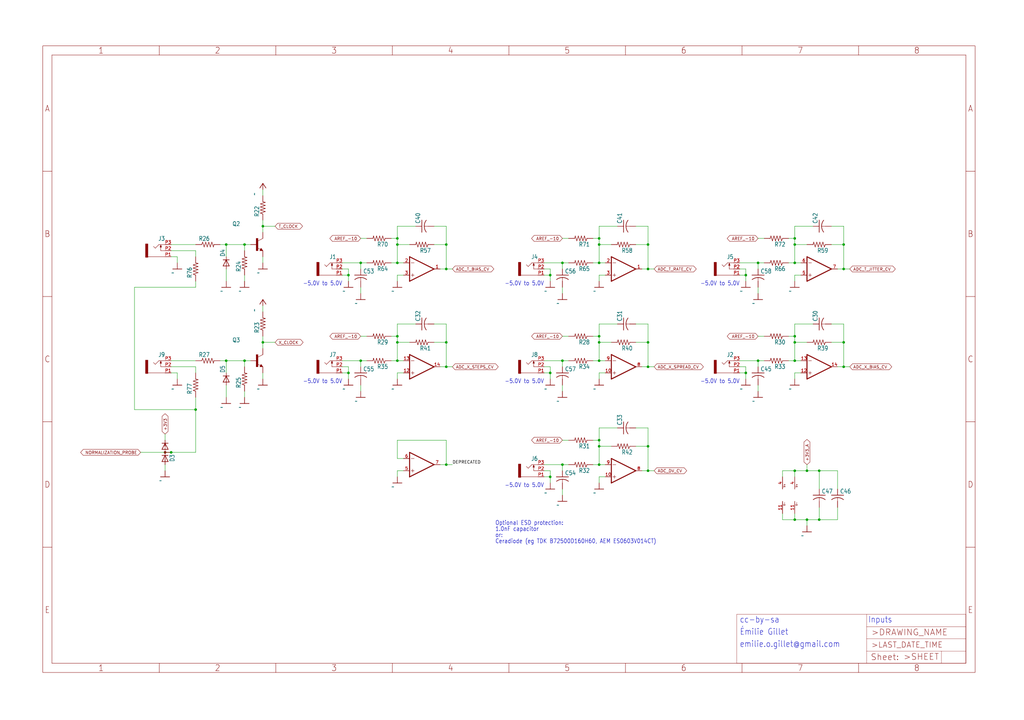
<source format=kicad_sch>
(kicad_sch (version 20211123) (generator eeschema)
  (paper "User" 425.45 299.161)
  (lib_symbols
    (symbol "marbles-eagle-import:+3V3" (power)
      (property "Value" "+3V3" (at -2.54 -5.08 90))
      (symbol "+3V3_1_0"
        (polyline (pts (xy 0 0) (xy -1.27 -1.905)) (stroke (width 0.254)))
        (polyline (pts (xy 1.27 -1.905) (xy 0 0)) (stroke (width 0.254)))
        (pin power_in line (at 0 -2.54 90) (length 2.54) (name "+3V3") (number "1"))
      )
    )
    (symbol "marbles-eagle-import:-NPN-SOT23-BEC"
      (property "Reference" "T" (at -10.16 7.62 0))
      (property "Value" "-NPN-SOT23-BEC" (at -10.16 5.08 0))
      (symbol "-NPN-SOT23-BEC_1_0"
        (rectangle (start -0.254 -2.54) (end 0.508 2.54) (fill (type outline)))
        (polyline (pts (xy 1.27 -2.54) (xy 1.778 -1.524)) (stroke (width 0.1524)))
        (polyline (pts (xy 1.524 -2.413) (xy 2.286 -2.413)) (stroke (width 0.254)))
        (polyline (pts (xy 1.524 -2.286) (xy 1.905 -2.286)) (stroke (width 0.254)))
        (polyline (pts (xy 1.54 -2.04) (xy 0.308 -1.424)) (stroke (width 0.1524)))
        (polyline (pts (xy 1.778 -1.778) (xy 1.524 -2.286)) (stroke (width 0.254)))
        (polyline (pts (xy 1.778 -1.524) (xy 2.54 -2.54)) (stroke (width 0.1524)))
        (polyline (pts (xy 1.905 -2.286) (xy 1.778 -2.032)) (stroke (width 0.254)))
        (polyline (pts (xy 2.286 -2.413) (xy 1.778 -1.778)) (stroke (width 0.254)))
        (polyline (pts (xy 2.54 -2.54) (xy 1.27 -2.54)) (stroke (width 0.1524)))
        (polyline (pts (xy 2.54 2.54) (xy 0.508 1.524)) (stroke (width 0.1524)))
        (pin passive line (at -2.54 0 0) (length 2.54) (name "B") (number "B"))
        (pin passive line (at 2.54 5.08 270) (length 2.54) (name "C") (number "C"))
        (pin passive line (at 2.54 -5.08 90) (length 2.54) (name "E") (number "E"))
      )
    )
    (symbol "marbles-eagle-import:A3L-LOC"
      (symbol "A3L-LOC_1_0"
        (polyline (pts (xy 0 52.07) (xy 3.81 52.07)))
        (polyline (pts (xy 0 104.14) (xy 3.81 104.14)))
        (polyline (pts (xy 0 156.21) (xy 3.81 156.21)))
        (polyline (pts (xy 0 208.28) (xy 3.81 208.28)))
        (polyline (pts (xy 3.81 3.81) (xy 3.81 256.54)))
        (polyline (pts (xy 48.4188 0) (xy 48.4188 3.81)))
        (polyline (pts (xy 48.4188 256.54) (xy 48.4188 260.35)))
        (polyline (pts (xy 96.8375 0) (xy 96.8375 3.81)))
        (polyline (pts (xy 96.8375 256.54) (xy 96.8375 260.35)))
        (polyline (pts (xy 145.2563 0) (xy 145.2563 3.81)))
        (polyline (pts (xy 145.2563 256.54) (xy 145.2563 260.35)))
        (polyline (pts (xy 193.675 0) (xy 193.675 3.81)))
        (polyline (pts (xy 193.675 256.54) (xy 193.675 260.35)))
        (polyline (pts (xy 242.0938 0) (xy 242.0938 3.81)))
        (polyline (pts (xy 242.0938 256.54) (xy 242.0938 260.35)))
        (polyline (pts (xy 288.29 3.81) (xy 288.29 24.13)) (stroke (width 0.1016)))
        (polyline (pts (xy 288.29 3.81) (xy 342.265 3.81)) (stroke (width 0.1016)))
        (polyline (pts (xy 288.29 24.13) (xy 342.265 24.13)) (stroke (width 0.1016)))
        (polyline (pts (xy 290.5125 0) (xy 290.5125 3.81)))
        (polyline (pts (xy 290.5125 256.54) (xy 290.5125 260.35)))
        (polyline (pts (xy 338.9313 0) (xy 338.9313 3.81)))
        (polyline (pts (xy 338.9313 256.54) (xy 338.9313 260.35)))
        (polyline (pts (xy 342.265 3.81) (xy 373.38 3.81)) (stroke (width 0.1016)))
        (polyline (pts (xy 342.265 8.89) (xy 342.265 3.81)) (stroke (width 0.1016)))
        (polyline (pts (xy 342.265 8.89) (xy 342.265 13.97)) (stroke (width 0.1016)))
        (polyline (pts (xy 342.265 13.97) (xy 342.265 19.05)) (stroke (width 0.1016)))
        (polyline (pts (xy 342.265 13.97) (xy 383.54 13.97)) (stroke (width 0.1016)))
        (polyline (pts (xy 342.265 19.05) (xy 342.265 24.13)) (stroke (width 0.1016)))
        (polyline (pts (xy 342.265 19.05) (xy 383.54 19.05)) (stroke (width 0.1016)))
        (polyline (pts (xy 342.265 24.13) (xy 383.54 24.13)) (stroke (width 0.1016)))
        (polyline (pts (xy 373.38 3.81) (xy 373.38 8.89)) (stroke (width 0.1016)))
        (polyline (pts (xy 373.38 3.81) (xy 383.54 3.81)) (stroke (width 0.1016)))
        (polyline (pts (xy 373.38 8.89) (xy 342.265 8.89)) (stroke (width 0.1016)))
        (polyline (pts (xy 373.38 8.89) (xy 383.54 8.89)) (stroke (width 0.1016)))
        (polyline (pts (xy 383.54 3.81) (xy 3.81 3.81)))
        (polyline (pts (xy 383.54 3.81) (xy 383.54 8.89)) (stroke (width 0.1016)))
        (polyline (pts (xy 383.54 3.81) (xy 383.54 256.54)))
        (polyline (pts (xy 383.54 8.89) (xy 383.54 13.97)) (stroke (width 0.1016)))
        (polyline (pts (xy 383.54 13.97) (xy 383.54 19.05)) (stroke (width 0.1016)))
        (polyline (pts (xy 383.54 19.05) (xy 383.54 24.13)) (stroke (width 0.1016)))
        (polyline (pts (xy 383.54 52.07) (xy 387.35 52.07)))
        (polyline (pts (xy 383.54 104.14) (xy 387.35 104.14)))
        (polyline (pts (xy 383.54 156.21) (xy 387.35 156.21)))
        (polyline (pts (xy 383.54 208.28) (xy 387.35 208.28)))
        (polyline (pts (xy 383.54 256.54) (xy 3.81 256.54)))
        (polyline (pts (xy 0 0) (xy 387.35 0) (xy 387.35 260.35) (xy 0 260.35) (xy 0 0)))
        (text "1" (at 24.2094 1.905 0) (effects (font (size 2.54 2.286))))
        (text "1" (at 24.2094 258.445 0) (effects (font (size 2.54 2.286))))
        (text "2" (at 72.6281 1.905 0) (effects (font (size 2.54 2.286))))
        (text "2" (at 72.6281 258.445 0) (effects (font (size 2.54 2.286))))
        (text "3" (at 121.0469 1.905 0) (effects (font (size 2.54 2.286))))
        (text "3" (at 121.0469 258.445 0) (effects (font (size 2.54 2.286))))
        (text "4" (at 169.4656 1.905 0) (effects (font (size 2.54 2.286))))
        (text "4" (at 169.4656 258.445 0) (effects (font (size 2.54 2.286))))
        (text "5" (at 217.8844 1.905 0) (effects (font (size 2.54 2.286))))
        (text "5" (at 217.8844 258.445 0) (effects (font (size 2.54 2.286))))
        (text "6" (at 266.3031 1.905 0) (effects (font (size 2.54 2.286))))
        (text "6" (at 266.3031 258.445 0) (effects (font (size 2.54 2.286))))
        (text "7" (at 314.7219 1.905 0) (effects (font (size 2.54 2.286))))
        (text "7" (at 314.7219 258.445 0) (effects (font (size 2.54 2.286))))
        (text "8" (at 363.1406 1.905 0) (effects (font (size 2.54 2.286))))
        (text "8" (at 363.1406 258.445 0) (effects (font (size 2.54 2.286))))
        (text ">DRAWING_NAME" (at 344.17 15.24 0) (effects (font (size 2.54 2.54)) (justify left bottom)))
        (text ">LAST_DATE_TIME" (at 344.17 10.16 0) (effects (font (size 2.286 2.286)) (justify left bottom)))
        (text ">SHEET" (at 357.505 5.08 0) (effects (font (size 2.54 2.54)) (justify left bottom)))
        (text "A" (at 1.905 234.315 0) (effects (font (size 2.54 2.286))))
        (text "A" (at 385.445 234.315 0) (effects (font (size 2.54 2.286))))
        (text "B" (at 1.905 182.245 0) (effects (font (size 2.54 2.286))))
        (text "B" (at 385.445 182.245 0) (effects (font (size 2.54 2.286))))
        (text "C" (at 1.905 130.175 0) (effects (font (size 2.54 2.286))))
        (text "C" (at 385.445 130.175 0) (effects (font (size 2.54 2.286))))
        (text "D" (at 1.905 78.105 0) (effects (font (size 2.54 2.286))))
        (text "D" (at 385.445 78.105 0) (effects (font (size 2.54 2.286))))
        (text "E" (at 1.905 26.035 0) (effects (font (size 2.54 2.286))))
        (text "E" (at 385.445 26.035 0) (effects (font (size 2.54 2.286))))
        (text "Sheet:" (at 343.916 4.953 0) (effects (font (size 2.54 2.54)) (justify left bottom)))
      )
    )
    (symbol "marbles-eagle-import:C-USC0402"
      (property "Reference" "C" (at 1.016 0.635 0))
      (property "Value" "C-USC0402" (at 1.016 -4.191 0))
      (symbol "C-USC0402_1_0"
        (arc (start 0 -1.0161) (mid -1.302 -1.2303) (end -2.4668 -1.8504) (stroke (width 0.254)))
        (polyline (pts (xy -2.54 0) (xy 2.54 0)) (stroke (width 0.254)))
        (polyline (pts (xy 0 -1.016) (xy 0 -2.54)) (stroke (width 0.1524)))
        (arc (start 2.4892 -1.8542) (mid 1.3158 -1.2195) (end 0 -1) (stroke (width 0.254)))
        (pin passive line (at 0 2.54 270) (length 2.54) (name "1") (number "1"))
        (pin passive line (at 0 -5.08 90) (length 2.54) (name "2") (number "2"))
      )
    )
    (symbol "marbles-eagle-import:C-USC0603"
      (property "Reference" "C" (at 1.016 0.635 0))
      (property "Value" "C-USC0603" (at 1.016 -4.191 0))
      (symbol "C-USC0603_1_0"
        (arc (start 0 -1.0161) (mid -1.302 -1.2303) (end -2.4668 -1.8504) (stroke (width 0.254)))
        (polyline (pts (xy -2.54 0) (xy 2.54 0)) (stroke (width 0.254)))
        (polyline (pts (xy 0 -1.016) (xy 0 -2.54)) (stroke (width 0.1524)))
        (arc (start 2.4892 -1.8542) (mid 1.3158 -1.2195) (end 0 -1) (stroke (width 0.254)))
        (pin passive line (at 0 2.54 270) (length 2.54) (name "1") (number "1"))
        (pin passive line (at 0 -5.08 90) (length 2.54) (name "2") (number "2"))
      )
    )
    (symbol "marbles-eagle-import:DIODE-SOD523"
      (property "Reference" "D" (at 2.54 0.4826 0))
      (property "Value" "DIODE-SOD523" (at 2.54 -2.3114 0))
      (symbol "DIODE-SOD523_1_0"
        (polyline (pts (xy -1.27 -1.27) (xy 1.27 0)) (stroke (width 0.254)))
        (polyline (pts (xy -1.27 1.27) (xy -1.27 -1.27)) (stroke (width 0.254)))
        (polyline (pts (xy 1.27 0) (xy -1.27 1.27)) (stroke (width 0.254)))
        (polyline (pts (xy 1.27 0) (xy 1.27 -1.27)) (stroke (width 0.254)))
        (polyline (pts (xy 1.27 1.27) (xy 1.27 0)) (stroke (width 0.254)))
        (pin passive line (at -2.54 0 0) (length 2.54) (name "A") (number "A"))
        (pin passive line (at 2.54 0 180) (length 2.54) (name "C") (number "C"))
      )
    )
    (symbol "marbles-eagle-import:DIODE_2CACA-SOT23"
      (property "Reference" "D" (at 0.762 2.0066 0))
      (property "Value" "DIODE_2CACA-SOT23" (at -4.826 -3.4544 0))
      (symbol "DIODE_2CACA-SOT23_1_0"
        (polyline (pts (xy -3.81 -1.27) (xy -3.81 0)) (stroke (width 0.254)))
        (polyline (pts (xy -3.81 0) (xy -3.81 1.27)) (stroke (width 0.254)))
        (polyline (pts (xy -3.81 0) (xy -1.27 -1.27)) (stroke (width 0.254)))
        (polyline (pts (xy -3.81 0) (xy 1.27 0)) (stroke (width 0.1524)))
        (polyline (pts (xy -2.54 0) (xy -3.81 0)) (stroke (width 0.1524)))
        (polyline (pts (xy -1.27 -1.27) (xy -1.27 1.27)) (stroke (width 0.254)))
        (polyline (pts (xy -1.27 1.27) (xy -3.81 0)) (stroke (width 0.254)))
        (polyline (pts (xy 1.27 -1.27) (xy 1.27 0)) (stroke (width 0.254)))
        (polyline (pts (xy 1.27 0) (xy 1.27 1.27)) (stroke (width 0.254)))
        (polyline (pts (xy 1.27 0) (xy 3.81 -1.27)) (stroke (width 0.254)))
        (polyline (pts (xy 2.54 0) (xy 1.27 0)) (stroke (width 0.1524)))
        (polyline (pts (xy 3.81 -1.27) (xy 3.81 1.27)) (stroke (width 0.254)))
        (polyline (pts (xy 3.81 1.27) (xy 1.27 0)) (stroke (width 0.254)))
        (circle (center 0 0) (radius 0.127) (stroke (width 0.4064)))
        (pin passive line (at 5.08 0 180) (length 2.54) (name "A") (number "1"))
        (pin passive line (at -5.08 0 0) (length 2.54) (name "C") (number "2"))
        (pin passive line (at 0 2.54 270) (length 2.54) (name "AC") (number "3"))
      )
    )
    (symbol "marbles-eagle-import:GND" (power)
      (property "Value" "GND" (at -2.54 -2.54 0))
      (symbol "GND_1_0"
        (polyline (pts (xy -1.905 0) (xy 1.905 0)) (stroke (width 0.254)))
        (pin power_in line (at 0 2.54 270) (length 2.54) (name "GND") (number "1"))
      )
    )
    (symbol "marbles-eagle-import:PJ301_THONKICONN6"
      (property "Reference" "J" (at -2.54 4.064 0))
      (symbol "PJ301_THONKICONN6_1_0"
        (polyline (pts (xy -2.54 -2.54) (xy 4.572 -2.54)) (stroke (width 0.1524)))
        (polyline (pts (xy -2.54 0) (xy -0.762 0)) (stroke (width 0.1524)))
        (polyline (pts (xy -2.54 2.54) (xy 0 2.54)) (stroke (width 0.1524)))
        (polyline (pts (xy -1.016 1.524) (xy -0.508 1.524)) (stroke (width 0.254)))
        (polyline (pts (xy -0.762 0) (xy -0.762 2.286)) (stroke (width 0.1524)))
        (polyline (pts (xy -0.762 2.286) (xy -1.016 1.524)) (stroke (width 0.254)))
        (polyline (pts (xy -0.508 1.524) (xy -0.762 2.286)) (stroke (width 0.254)))
        (polyline (pts (xy 0 2.54) (xy 1.524 1.016)) (stroke (width 0.1524)))
        (polyline (pts (xy 1.524 1.016) (xy 2.286 1.778)) (stroke (width 0.1524)))
        (rectangle (start 4.572 2.794) (end 5.588 -2.794) (fill (type outline)))
        (pin passive line (at -5.08 -2.54 0) (length 2.54) (name "1") (number "P1"))
        (pin passive line (at -5.08 0 0) (length 2.54) (name "2") (number "P2"))
        (pin passive line (at -5.08 2.54 0) (length 2.54) (name "3") (number "P3"))
      )
    )
    (symbol "marbles-eagle-import:R-US_R0402"
      (property "Reference" "R" (at -3.81 1.4986 0))
      (property "Value" "R-US_R0402" (at -3.81 -3.302 0))
      (symbol "R-US_R0402_1_0"
        (polyline (pts (xy -2.54 0) (xy -2.159 1.016)) (stroke (width 0.2032)))
        (polyline (pts (xy -2.159 1.016) (xy -1.524 -1.016)) (stroke (width 0.2032)))
        (polyline (pts (xy -1.524 -1.016) (xy -0.889 1.016)) (stroke (width 0.2032)))
        (polyline (pts (xy -0.889 1.016) (xy -0.254 -1.016)) (stroke (width 0.2032)))
        (polyline (pts (xy -0.254 -1.016) (xy 0.381 1.016)) (stroke (width 0.2032)))
        (polyline (pts (xy 0.381 1.016) (xy 1.016 -1.016)) (stroke (width 0.2032)))
        (polyline (pts (xy 1.016 -1.016) (xy 1.651 1.016)) (stroke (width 0.2032)))
        (polyline (pts (xy 1.651 1.016) (xy 2.286 -1.016)) (stroke (width 0.2032)))
        (polyline (pts (xy 2.286 -1.016) (xy 2.54 0)) (stroke (width 0.2032)))
        (pin passive line (at -5.08 0 0) (length 2.54) (name "1") (number "1"))
        (pin passive line (at 5.08 0 180) (length 2.54) (name "2") (number "2"))
      )
    )
    (symbol "marbles-eagle-import:TL074PW"
      (symbol "TL074PW_1_0"
        (polyline (pts (xy -5.08 -5.08) (xy 5.08 0)) (stroke (width 0.4064)))
        (polyline (pts (xy -5.08 5.08) (xy -5.08 -5.08)) (stroke (width 0.4064)))
        (polyline (pts (xy -4.445 -2.54) (xy -3.175 -2.54)) (stroke (width 0.1524)))
        (polyline (pts (xy -4.445 2.54) (xy -3.175 2.54)) (stroke (width 0.1524)))
        (polyline (pts (xy -3.81 3.175) (xy -3.81 1.905)) (stroke (width 0.1524)))
        (polyline (pts (xy 5.08 0) (xy -5.08 5.08)) (stroke (width 0.4064)))
        (pin output line (at 7.62 0 180) (length 2.54) (name "OUT") (number "1"))
        (pin input line (at -7.62 -2.54 0) (length 2.54) (name "-IN") (number "2"))
        (pin input line (at -7.62 2.54 0) (length 2.54) (name "+IN") (number "3"))
      )
      (symbol "TL074PW_2_0"
        (polyline (pts (xy -5.08 -5.08) (xy 5.08 0)) (stroke (width 0.4064)))
        (polyline (pts (xy -5.08 5.08) (xy -5.08 -5.08)) (stroke (width 0.4064)))
        (polyline (pts (xy -4.445 -2.54) (xy -3.175 -2.54)) (stroke (width 0.1524)))
        (polyline (pts (xy -4.445 2.54) (xy -3.175 2.54)) (stroke (width 0.1524)))
        (polyline (pts (xy -3.81 3.175) (xy -3.81 1.905)) (stroke (width 0.1524)))
        (polyline (pts (xy 5.08 0) (xy -5.08 5.08)) (stroke (width 0.4064)))
        (pin input line (at -7.62 2.54 0) (length 2.54) (name "+IN") (number "5"))
        (pin input line (at -7.62 -2.54 0) (length 2.54) (name "-IN") (number "6"))
        (pin output line (at 7.62 0 180) (length 2.54) (name "OUT") (number "7"))
      )
      (symbol "TL074PW_3_0"
        (polyline (pts (xy -5.08 -5.08) (xy 5.08 0)) (stroke (width 0.4064)))
        (polyline (pts (xy -5.08 5.08) (xy -5.08 -5.08)) (stroke (width 0.4064)))
        (polyline (pts (xy -4.445 -2.54) (xy -3.175 -2.54)) (stroke (width 0.1524)))
        (polyline (pts (xy -4.445 2.54) (xy -3.175 2.54)) (stroke (width 0.1524)))
        (polyline (pts (xy -3.81 3.175) (xy -3.81 1.905)) (stroke (width 0.1524)))
        (polyline (pts (xy 5.08 0) (xy -5.08 5.08)) (stroke (width 0.4064)))
        (pin input line (at -7.62 2.54 0) (length 2.54) (name "+IN") (number "10"))
        (pin output line (at 7.62 0 180) (length 2.54) (name "OUT") (number "8"))
        (pin input line (at -7.62 -2.54 0) (length 2.54) (name "-IN") (number "9"))
      )
      (symbol "TL074PW_4_0"
        (polyline (pts (xy -5.08 -5.08) (xy 5.08 0)) (stroke (width 0.4064)))
        (polyline (pts (xy -5.08 5.08) (xy -5.08 -5.08)) (stroke (width 0.4064)))
        (polyline (pts (xy -4.445 -2.54) (xy -3.175 -2.54)) (stroke (width 0.1524)))
        (polyline (pts (xy -4.445 2.54) (xy -3.175 2.54)) (stroke (width 0.1524)))
        (polyline (pts (xy -3.81 3.175) (xy -3.81 1.905)) (stroke (width 0.1524)))
        (polyline (pts (xy 5.08 0) (xy -5.08 5.08)) (stroke (width 0.4064)))
        (pin input line (at -7.62 2.54 0) (length 2.54) (name "+IN") (number "12"))
        (pin input line (at -7.62 -2.54 0) (length 2.54) (name "-IN") (number "13"))
        (pin output line (at 7.62 0 180) (length 2.54) (name "OUT") (number "14"))
      )
      (symbol "TL074PW_5_0"
        (text "V+" (at 1.27 3.175 900) (effects (font (size 0.8128 0.6908)) (justify left bottom)))
        (text "V-" (at 1.27 -4.445 900) (effects (font (size 0.8128 0.6908)) (justify left bottom)))
        (pin power_in line (at 0 -7.62 90) (length 5.08) (name "V-") (number "11"))
        (pin power_in line (at 0 7.62 270) (length 5.08) (name "V+") (number "4"))
      )
    )
  )
  (junction (at 248.92 149.86))
  (junction (at 228.6 154.94))
  (junction (at 350.52 111.76))
  (junction (at 335.28 195.58))
  (junction (at 165.1 101.6))
  (junction (at 248.92 139.7))
  (junction (at 340.36 195.58))
  (junction (at 165.1 142.24))
  (junction (at 330.2 109.22))
  (junction (at 335.28 215.9))
  (junction (at 330.2 149.86))
  (junction (at 71.12 187.96))
  (junction (at 269.24 195.58))
  (junction (at 185.42 142.24))
  (junction (at 228.6 198.12))
  (junction (at 165.1 99.06))
  (junction (at 248.92 193.04))
  (junction (at 165.1 149.86))
  (junction (at 109.22 142.24))
  (junction (at 144.78 114.3))
  (junction (at 248.92 185.42))
  (junction (at 350.52 142.24))
  (junction (at 149.86 149.86))
  (junction (at 93.98 149.86))
  (junction (at 269.24 111.76))
  (junction (at 314.96 149.86))
  (junction (at 330.2 139.7))
  (junction (at 269.24 152.4))
  (junction (at 330.2 142.24))
  (junction (at 330.2 215.9))
  (junction (at 350.52 101.6))
  (junction (at 81.28 170.18))
  (junction (at 269.24 101.6))
  (junction (at 350.52 152.4))
  (junction (at 228.6 114.3))
  (junction (at 330.2 101.6))
  (junction (at 233.68 109.22))
  (junction (at 309.88 114.3))
  (junction (at 248.92 142.24))
  (junction (at 330.2 195.58))
  (junction (at 93.98 101.6))
  (junction (at 185.42 193.04))
  (junction (at 269.24 185.42))
  (junction (at 269.24 142.24))
  (junction (at 309.88 154.94))
  (junction (at 185.42 111.76))
  (junction (at 233.68 149.86))
  (junction (at 144.78 154.94))
  (junction (at 248.92 182.88))
  (junction (at 101.6 149.86))
  (junction (at 314.96 109.22))
  (junction (at 248.92 99.06))
  (junction (at 165.1 109.22))
  (junction (at 101.6 101.6))
  (junction (at 109.22 93.98))
  (junction (at 185.42 101.6))
  (junction (at 165.1 139.7))
  (junction (at 248.92 109.22))
  (junction (at 248.92 101.6))
  (junction (at 185.42 152.4))
  (junction (at 330.2 99.06))
  (junction (at 233.68 193.04))
  (junction (at 340.36 215.9))
  (junction (at 149.86 109.22))
  (wire (pts (xy 350.52 111.76) (xy 353.06 111.76)))
  (wire (pts (xy 152.4 139.7) (xy 149.86 139.7)))
  (wire (pts (xy 314.96 99.06) (xy 317.5 99.06)))
  (wire (pts (xy 264.16 101.6) (xy 269.24 101.6)))
  (wire (pts (xy 68.58 182.88) (xy 68.58 180.34)))
  (wire (pts (xy 226.06 152.4) (xy 228.6 152.4)))
  (wire (pts (xy 248.92 149.86) (xy 251.46 149.86)))
  (wire (pts (xy 142.24 154.94) (xy 144.78 154.94)))
  (wire (pts (xy 109.22 144.78) (xy 109.22 142.24)))
  (wire (pts (xy 185.42 111.76) (xy 187.96 111.76)))
  (wire (pts (xy 170.18 142.24) (xy 165.1 142.24)))
  (wire (pts (xy 165.1 142.24) (xy 165.1 149.86)))
  (wire (pts (xy 340.36 195.58) (xy 347.98 195.58)))
  (wire (pts (xy 109.22 96.52) (xy 109.22 93.98)))
  (wire (pts (xy 347.98 195.58) (xy 347.98 203.2)))
  (wire (pts (xy 330.2 215.9) (xy 335.28 215.9)))
  (wire (pts (xy 81.28 152.4) (xy 81.28 154.94)))
  (wire (pts (xy 228.6 152.4) (xy 228.6 154.94)))
  (wire (pts (xy 335.28 142.24) (xy 330.2 142.24)))
  (wire (pts (xy 347.98 215.9) (xy 347.98 210.82)))
  (wire (pts (xy 109.22 81.28) (xy 109.22 78.74)))
  (wire (pts (xy 81.28 119.38) (xy 55.88 119.38)))
  (wire (pts (xy 165.1 190.5) (xy 165.1 182.88)))
  (wire (pts (xy 233.68 203.2) (xy 233.68 205.74)))
  (wire (pts (xy 109.22 154.94) (xy 109.22 157.48)))
  (wire (pts (xy 165.1 182.88) (xy 185.42 182.88)))
  (wire (pts (xy 233.68 160.02) (xy 233.68 162.56)))
  (wire (pts (xy 330.2 195.58) (xy 335.28 195.58)))
  (wire (pts (xy 251.46 154.94) (xy 248.92 154.94)))
  (wire (pts (xy 330.2 139.7) (xy 330.2 142.24)))
  (wire (pts (xy 236.22 182.88) (xy 233.68 182.88)))
  (wire (pts (xy 307.34 109.22) (xy 314.96 109.22)))
  (wire (pts (xy 170.18 101.6) (xy 165.1 101.6)))
  (wire (pts (xy 236.22 139.7) (xy 233.68 139.7)))
  (wire (pts (xy 109.22 93.98) (xy 109.22 91.44)))
  (wire (pts (xy 335.28 195.58) (xy 340.36 195.58)))
  (wire (pts (xy 81.28 187.96) (xy 71.12 187.96)))
  (wire (pts (xy 55.88 119.38) (xy 55.88 170.18)))
  (wire (pts (xy 142.24 114.3) (xy 144.78 114.3)))
  (wire (pts (xy 185.42 152.4) (xy 187.96 152.4)))
  (wire (pts (xy 248.92 139.7) (xy 248.92 142.24)))
  (wire (pts (xy 167.64 195.58) (xy 165.1 195.58)))
  (wire (pts (xy 152.4 99.06) (xy 149.86 99.06)))
  (wire (pts (xy 185.42 182.88) (xy 185.42 193.04)))
  (wire (pts (xy 101.6 152.4) (xy 101.6 149.86)))
  (wire (pts (xy 226.06 149.86) (xy 233.68 149.86)))
  (wire (pts (xy 233.68 152.4) (xy 233.68 149.86)))
  (wire (pts (xy 180.34 93.98) (xy 185.42 93.98)))
  (wire (pts (xy 93.98 111.76) (xy 93.98 116.84)))
  (wire (pts (xy 180.34 134.62) (xy 185.42 134.62)))
  (wire (pts (xy 142.24 109.22) (xy 149.86 109.22)))
  (wire (pts (xy 165.1 195.58) (xy 165.1 198.12)))
  (wire (pts (xy 264.16 177.8) (xy 269.24 177.8)))
  (wire (pts (xy 314.96 139.7) (xy 317.5 139.7)))
  (wire (pts (xy 165.1 154.94) (xy 165.1 157.48)))
  (wire (pts (xy 269.24 101.6) (xy 269.24 111.76)))
  (wire (pts (xy 228.6 111.76) (xy 228.6 114.3)))
  (wire (pts (xy 269.24 93.98) (xy 269.24 101.6)))
  (wire (pts (xy 180.34 142.24) (xy 185.42 142.24)))
  (wire (pts (xy 149.86 160.02) (xy 149.86 162.56)))
  (wire (pts (xy 101.6 162.56) (xy 101.6 165.1)))
  (wire (pts (xy 345.44 93.98) (xy 350.52 93.98)))
  (wire (pts (xy 248.92 101.6) (xy 248.92 109.22)))
  (wire (pts (xy 71.12 154.94) (xy 73.66 154.94)))
  (wire (pts (xy 162.56 109.22) (xy 165.1 109.22)))
  (wire (pts (xy 226.06 114.3) (xy 228.6 114.3)))
  (wire (pts (xy 330.2 213.36) (xy 330.2 215.9)))
  (wire (pts (xy 165.1 149.86) (xy 167.64 149.86)))
  (wire (pts (xy 337.82 134.62) (xy 330.2 134.62)))
  (wire (pts (xy 228.6 114.3) (xy 228.6 116.84)))
  (wire (pts (xy 307.34 149.86) (xy 314.96 149.86)))
  (wire (pts (xy 350.52 111.76) (xy 347.98 111.76)))
  (wire (pts (xy 91.44 149.86) (xy 93.98 149.86)))
  (wire (pts (xy 144.78 114.3) (xy 144.78 116.84)))
  (wire (pts (xy 269.24 195.58) (xy 271.78 195.58)))
  (wire (pts (xy 269.24 185.42) (xy 269.24 195.58)))
  (wire (pts (xy 325.12 195.58) (xy 330.2 195.58)))
  (wire (pts (xy 142.24 149.86) (xy 149.86 149.86)))
  (wire (pts (xy 226.06 198.12) (xy 228.6 198.12)))
  (wire (pts (xy 264.16 185.42) (xy 269.24 185.42)))
  (wire (pts (xy 251.46 198.12) (xy 248.92 198.12)))
  (wire (pts (xy 335.28 101.6) (xy 330.2 101.6)))
  (wire (pts (xy 73.66 154.94) (xy 73.66 157.48)))
  (wire (pts (xy 307.34 114.3) (xy 309.88 114.3)))
  (wire (pts (xy 269.24 111.76) (xy 266.7 111.76)))
  (wire (pts (xy 185.42 152.4) (xy 182.88 152.4)))
  (wire (pts (xy 327.66 149.86) (xy 330.2 149.86)))
  (wire (pts (xy 165.1 99.06) (xy 165.1 101.6)))
  (wire (pts (xy 246.38 182.88) (xy 248.92 182.88)))
  (wire (pts (xy 350.52 101.6) (xy 350.52 111.76)))
  (wire (pts (xy 254 185.42) (xy 248.92 185.42)))
  (wire (pts (xy 180.34 101.6) (xy 185.42 101.6)))
  (wire (pts (xy 185.42 101.6) (xy 185.42 111.76)))
  (wire (pts (xy 314.96 152.4) (xy 314.96 149.86)))
  (wire (pts (xy 226.06 193.04) (xy 233.68 193.04)))
  (wire (pts (xy 165.1 114.3) (xy 165.1 116.84)))
  (wire (pts (xy 142.24 111.76) (xy 144.78 111.76)))
  (wire (pts (xy 167.64 154.94) (xy 165.1 154.94)))
  (wire (pts (xy 350.52 134.62) (xy 350.52 142.24)))
  (wire (pts (xy 142.24 152.4) (xy 144.78 152.4)))
  (wire (pts (xy 172.72 134.62) (xy 165.1 134.62)))
  (wire (pts (xy 185.42 193.04) (xy 182.88 193.04)))
  (wire (pts (xy 248.92 134.62) (xy 248.92 139.7)))
  (wire (pts (xy 248.92 99.06) (xy 248.92 101.6)))
  (wire (pts (xy 256.54 177.8) (xy 248.92 177.8)))
  (wire (pts (xy 248.92 185.42) (xy 248.92 193.04)))
  (wire (pts (xy 172.72 93.98) (xy 165.1 93.98)))
  (wire (pts (xy 248.92 93.98) (xy 248.92 99.06)))
  (wire (pts (xy 335.28 215.9) (xy 335.28 218.44)))
  (wire (pts (xy 340.36 210.82) (xy 340.36 215.9)))
  (wire (pts (xy 325.12 213.36) (xy 325.12 215.9)))
  (wire (pts (xy 330.2 109.22) (xy 332.74 109.22)))
  (wire (pts (xy 337.82 93.98) (xy 330.2 93.98)))
  (wire (pts (xy 233.68 111.76) (xy 233.68 109.22)))
  (wire (pts (xy 345.44 142.24) (xy 350.52 142.24)))
  (wire (pts (xy 350.52 152.4) (xy 347.98 152.4)))
  (wire (pts (xy 101.6 149.86) (xy 104.14 149.86)))
  (wire (pts (xy 269.24 134.62) (xy 269.24 142.24)))
  (wire (pts (xy 93.98 149.86) (xy 101.6 149.86)))
  (wire (pts (xy 109.22 142.24) (xy 114.3 142.24)))
  (wire (pts (xy 233.68 195.58) (xy 233.68 193.04)))
  (wire (pts (xy 269.24 152.4) (xy 266.7 152.4)))
  (wire (pts (xy 256.54 93.98) (xy 248.92 93.98)))
  (wire (pts (xy 109.22 93.98) (xy 114.3 93.98)))
  (wire (pts (xy 314.96 149.86) (xy 317.5 149.86)))
  (wire (pts (xy 264.16 93.98) (xy 269.24 93.98)))
  (wire (pts (xy 340.36 195.58) (xy 340.36 203.2)))
  (wire (pts (xy 264.16 142.24) (xy 269.24 142.24)))
  (wire (pts (xy 246.38 149.86) (xy 248.92 149.86)))
  (wire (pts (xy 167.64 114.3) (xy 165.1 114.3)))
  (wire (pts (xy 248.92 114.3) (xy 248.92 116.84)))
  (wire (pts (xy 81.28 104.14) (xy 81.28 106.68)))
  (wire (pts (xy 327.66 99.06) (xy 330.2 99.06)))
  (wire (pts (xy 93.98 101.6) (xy 93.98 106.68)))
  (wire (pts (xy 165.1 190.5) (xy 167.64 190.5)))
  (wire (pts (xy 330.2 134.62) (xy 330.2 139.7)))
  (wire (pts (xy 109.22 142.24) (xy 109.22 139.7)))
  (wire (pts (xy 314.96 160.02) (xy 314.96 162.56)))
  (wire (pts (xy 228.6 195.58) (xy 228.6 198.12)))
  (wire (pts (xy 264.16 134.62) (xy 269.24 134.62)))
  (wire (pts (xy 109.22 106.68) (xy 109.22 109.22)))
  (wire (pts (xy 162.56 149.86) (xy 165.1 149.86)))
  (wire (pts (xy 101.6 101.6) (xy 104.14 101.6)))
  (wire (pts (xy 350.52 152.4) (xy 353.06 152.4)))
  (wire (pts (xy 233.68 193.04) (xy 236.22 193.04)))
  (wire (pts (xy 340.36 215.9) (xy 347.98 215.9)))
  (wire (pts (xy 269.24 142.24) (xy 269.24 152.4)))
  (wire (pts (xy 345.44 134.62) (xy 350.52 134.62)))
  (wire (pts (xy 236.22 99.06) (xy 233.68 99.06)))
  (wire (pts (xy 68.58 193.04) (xy 68.58 195.58)))
  (wire (pts (xy 165.1 101.6) (xy 165.1 109.22)))
  (wire (pts (xy 81.28 165.1) (xy 81.28 170.18)))
  (wire (pts (xy 248.92 198.12) (xy 248.92 200.66)))
  (wire (pts (xy 93.98 149.86) (xy 93.98 154.94)))
  (wire (pts (xy 248.92 142.24) (xy 248.92 149.86)))
  (wire (pts (xy 101.6 114.3) (xy 101.6 116.84)))
  (wire (pts (xy 185.42 134.62) (xy 185.42 142.24)))
  (wire (pts (xy 330.2 154.94) (xy 330.2 157.48)))
  (wire (pts (xy 101.6 104.14) (xy 101.6 101.6)))
  (wire (pts (xy 248.92 109.22) (xy 251.46 109.22)))
  (wire (pts (xy 144.78 152.4) (xy 144.78 154.94)))
  (wire (pts (xy 330.2 149.86) (xy 332.74 149.86)))
  (wire (pts (xy 330.2 93.98) (xy 330.2 99.06)))
  (wire (pts (xy 309.88 152.4) (xy 309.88 154.94)))
  (wire (pts (xy 325.12 198.12) (xy 325.12 195.58)))
  (wire (pts (xy 71.12 104.14) (xy 81.28 104.14)))
  (wire (pts (xy 248.92 182.88) (xy 248.92 185.42)))
  (wire (pts (xy 269.24 195.58) (xy 266.7 195.58)))
  (wire (pts (xy 233.68 119.38) (xy 233.68 121.92)))
  (wire (pts (xy 332.74 114.3) (xy 330.2 114.3)))
  (wire (pts (xy 254 142.24) (xy 248.92 142.24)))
  (wire (pts (xy 165.1 134.62) (xy 165.1 139.7)))
  (wire (pts (xy 256.54 134.62) (xy 248.92 134.62)))
  (wire (pts (xy 81.28 170.18) (xy 81.28 187.96)))
  (wire (pts (xy 314.96 109.22) (xy 317.5 109.22)))
  (wire (pts (xy 307.34 152.4) (xy 309.88 152.4)))
  (wire (pts (xy 269.24 111.76) (xy 271.78 111.76)))
  (wire (pts (xy 269.24 177.8) (xy 269.24 185.42)))
  (wire (pts (xy 327.66 139.7) (xy 330.2 139.7)))
  (wire (pts (xy 55.88 170.18) (xy 81.28 170.18)))
  (wire (pts (xy 233.68 149.86) (xy 236.22 149.86)))
  (wire (pts (xy 149.86 149.86) (xy 152.4 149.86)))
  (wire (pts (xy 149.86 111.76) (xy 149.86 109.22)))
  (wire (pts (xy 144.78 154.94) (xy 144.78 157.48)))
  (wire (pts (xy 309.88 114.3) (xy 309.88 116.84)))
  (wire (pts (xy 226.06 109.22) (xy 233.68 109.22)))
  (wire (pts (xy 233.68 109.22) (xy 236.22 109.22)))
  (wire (pts (xy 251.46 114.3) (xy 248.92 114.3)))
  (wire (pts (xy 327.66 109.22) (xy 330.2 109.22)))
  (wire (pts (xy 307.34 111.76) (xy 309.88 111.76)))
  (wire (pts (xy 335.28 215.9) (xy 340.36 215.9)))
  (wire (pts (xy 350.52 142.24) (xy 350.52 152.4)))
  (wire (pts (xy 335.28 195.58) (xy 335.28 193.04)))
  (wire (pts (xy 248.92 177.8) (xy 248.92 182.88)))
  (wire (pts (xy 185.42 93.98) (xy 185.42 101.6)))
  (wire (pts (xy 71.12 149.86) (xy 81.28 149.86)))
  (wire (pts (xy 109.22 127) (xy 109.22 129.54)))
  (wire (pts (xy 149.86 109.22) (xy 152.4 109.22)))
  (wire (pts (xy 325.12 215.9) (xy 330.2 215.9)))
  (wire (pts (xy 81.28 116.84) (xy 81.28 119.38)))
  (wire (pts (xy 71.12 187.96) (xy 58.42 187.96)))
  (wire (pts (xy 165.1 109.22) (xy 167.64 109.22)))
  (wire (pts (xy 330.2 114.3) (xy 330.2 116.84)))
  (wire (pts (xy 149.86 152.4) (xy 149.86 149.86)))
  (wire (pts (xy 345.44 101.6) (xy 350.52 101.6)))
  (wire (pts (xy 330.2 99.06) (xy 330.2 101.6)))
  (wire (pts (xy 246.38 109.22) (xy 248.92 109.22)))
  (wire (pts (xy 226.06 111.76) (xy 228.6 111.76)))
  (wire (pts (xy 350.52 93.98) (xy 350.52 101.6)))
  (wire (pts (xy 71.12 106.68) (xy 73.66 106.68)))
  (wire (pts (xy 93.98 101.6) (xy 101.6 101.6)))
  (wire (pts (xy 73.66 106.68) (xy 73.66 109.22)))
  (wire (pts (xy 248.92 154.94) (xy 248.92 157.48)))
  (wire (pts (xy 71.12 152.4) (xy 81.28 152.4)))
  (wire (pts (xy 149.86 119.38) (xy 149.86 121.92)))
  (wire (pts (xy 144.78 111.76) (xy 144.78 114.3)))
  (wire (pts (xy 314.96 119.38) (xy 314.96 121.92)))
  (wire (pts (xy 254 101.6) (xy 248.92 101.6)))
  (wire (pts (xy 185.42 193.04) (xy 187.96 193.04)))
  (wire (pts (xy 226.06 154.94) (xy 228.6 154.94)))
  (wire (pts (xy 165.1 139.7) (xy 165.1 142.24)))
  (wire (pts (xy 162.56 99.06) (xy 165.1 99.06)))
  (wire (pts (xy 330.2 101.6) (xy 330.2 109.22)))
  (wire (pts (xy 228.6 154.94) (xy 228.6 157.48)))
  (wire (pts (xy 269.24 152.4) (xy 271.78 152.4)))
  (wire (pts (xy 165.1 93.98) (xy 165.1 99.06)))
  (wire (pts (xy 307.34 154.94) (xy 309.88 154.94)))
  (wire (pts (xy 228.6 198.12) (xy 228.6 200.66)))
  (wire (pts (xy 93.98 160.02) (xy 93.98 165.1)))
  (wire (pts (xy 330.2 198.12) (xy 330.2 195.58)))
  (wire (pts (xy 91.44 101.6) (xy 93.98 101.6)))
  (wire (pts (xy 314.96 111.76) (xy 314.96 109.22)))
  (wire (pts (xy 226.06 195.58) (xy 228.6 195.58)))
  (wire (pts (xy 185.42 111.76) (xy 182.88 111.76)))
  (wire (pts (xy 330.2 142.24) (xy 330.2 149.86)))
  (wire (pts (xy 71.12 101.6) (xy 81.28 101.6)))
  (wire (pts (xy 162.56 139.7) (xy 165.1 139.7)))
  (wire (pts (xy 332.74 154.94) (xy 330.2 154.94)))
  (wire (pts (xy 309.88 154.94) (xy 309.88 157.48)))
  (wire (pts (xy 246.38 139.7) (xy 248.92 139.7)))
  (wire (pts (xy 248.92 193.04) (xy 251.46 193.04)))
  (wire (pts (xy 246.38 193.04) (xy 248.92 193.04)))
  (wire (pts (xy 185.42 142.24) (xy 185.42 152.4)))
  (wire (pts (xy 309.88 111.76) (xy 309.88 114.3)))
  (wire (pts (xy 246.38 99.06) (xy 248.92 99.06)))
  (text "Inputs" (at 360.68 259.08 180) (effects (font (size 2.54 2.159)) (justify left bottom)))
  (text "cc-by-sa" (at 307.34 259.08 180) (effects (font (size 2.54 2.159)) (justify left bottom)))
  (text "-5.0V to 5.0V" (at 142.24 116.84 180) (effects (font (size 1.778 1.5113)) (justify right top)))
  (text "or:" (at 205.74 223.52 180) (effects (font (size 1.778 1.5113)) (justify left bottom)))
  (text "Émilie Gillet" (at 307.34 264.16 180) (effects (font (size 2.54 2.159)) (justify left bottom)))
  (text "1.0nF capacitor" (at 205.74 220.98 180) (effects (font (size 1.778 1.5113)) (justify left bottom)))
  (text "Optional ESD protection:" (at 205.74 218.44 180) (effects (font (size 1.778 1.5113)) (justify left bottom)))
  (text "emilie.o.gillet@gmail.com" (at 307.34 269.24 180) (effects (font (size 2.54 2.159)) (justify left bottom)))
  (text "-5.0V to 5.0V" (at 307.34 116.84 180) (effects (font (size 1.778 1.5113)) (justify right top)))
  (text "-5.0V to 5.0V" (at 142.24 157.48 180) (effects (font (size 1.778 1.5113)) (justify right top)))
  (text "-5.0V to 5.0V" (at 307.34 157.48 180) (effects (font (size 1.778 1.5113)) (justify right top)))
  (text "-5.0V to 5.0V" (at 226.06 157.48 180) (effects (font (size 1.778 1.5113)) (justify right top)))
  (text "Ceradiode (eg TDK B72500D160H60, AEM ES0603V014CT)" (at 205.74 226.06 180) (effects (font (size 1.778 1.5113)) (justify left bottom)))
  (text "-5.0V to 5.0V" (at 226.06 200.66 180) (effects (font (size 1.778 1.5113)) (justify right top)))
  (text "-5.0V to 5.0V" (at 226.06 116.84 180) (effects (font (size 1.778 1.5113)) (justify right top)))
  (label "DEPRECATED" (at 187.96 193.04 0) (effects (font (size 1.2446 1.2446))))
  (global_label "ADC_T_BIAS_CV" (shape bidirectional) (at 187.96 111.76 0) (effects (font (size 1.2446 1.2446))) (property "Intersheet References" "${INTERSHEET_REFS}" (effects hide)))
  (global_label "ADC_X_BIAS_CV" (shape bidirectional) (at 353.06 152.4 0) (effects (font (size 1.2446 1.2446))) (property "Intersheet References" "${INTERSHEET_REFS}" (effects hide)))
  (global_label "+3V3" (shape bidirectional) (at 68.58 180.34 90) (effects (font (size 1.2446 1.2446))) (property "Intersheet References" "${INTERSHEET_REFS}" (effects hide)))
  (global_label "+3V3_A" (shape bidirectional) (at 335.28 193.04 90) (effects (font (size 1.2446 1.2446))) (property "Intersheet References" "${INTERSHEET_REFS}" (effects hide)))
  (global_label "ADC_DV_CV" (shape bidirectional) (at 271.78 195.58 0) (effects (font (size 1.2446 1.2446))) (property "Intersheet References" "${INTERSHEET_REFS}" (effects hide)))
  (global_label "AREF_-10" (shape bidirectional) (at 233.68 182.88 180) (effects (font (size 1.2446 1.2446))) (property "Intersheet References" "${INTERSHEET_REFS}" (effects hide)))
  (global_label "ADC_T_RATE_CV" (shape bidirectional) (at 271.78 111.76 0) (effects (font (size 1.2446 1.2446))) (property "Intersheet References" "${INTERSHEET_REFS}" (effects hide)))
  (global_label "X_CLOCK" (shape bidirectional) (at 114.3 142.24 0) (effects (font (size 1.2446 1.2446))) (property "Intersheet References" "${INTERSHEET_REFS}" (effects hide)))
  (global_label "NORMALIZATION_PROBE" (shape bidirectional) (at 58.42 187.96 180) (effects (font (size 1.2446 1.2446))) (property "Intersheet References" "${INTERSHEET_REFS}" (effects hide)))
  (global_label "ADC_T_JITTER_CV" (shape bidirectional) (at 353.06 111.76 0) (effects (font (size 1.2446 1.2446))) (property "Intersheet References" "${INTERSHEET_REFS}" (effects hide)))
  (global_label "AREF_-10" (shape bidirectional) (at 149.86 139.7 180) (effects (font (size 1.2446 1.2446))) (property "Intersheet References" "${INTERSHEET_REFS}" (effects hide)))
  (global_label "ADC_X_STEPS_CV" (shape bidirectional) (at 187.96 152.4 0) (effects (font (size 1.2446 1.2446))) (property "Intersheet References" "${INTERSHEET_REFS}" (effects hide)))
  (global_label "AREF_-10" (shape bidirectional) (at 233.68 99.06 180) (effects (font (size 1.2446 1.2446))) (property "Intersheet References" "${INTERSHEET_REFS}" (effects hide)))
  (global_label "T_CLOCK" (shape bidirectional) (at 114.3 93.98 0) (effects (font (size 1.2446 1.2446))) (property "Intersheet References" "${INTERSHEET_REFS}" (effects hide)))
  (global_label "AREF_-10" (shape bidirectional) (at 149.86 99.06 180) (effects (font (size 1.2446 1.2446))) (property "Intersheet References" "${INTERSHEET_REFS}" (effects hide)))
  (global_label "ADC_X_SPREAD_CV" (shape bidirectional) (at 271.78 152.4 0) (effects (font (size 1.2446 1.2446))) (property "Intersheet References" "${INTERSHEET_REFS}" (effects hide)))
  (global_label "AREF_-10" (shape bidirectional) (at 314.96 99.06 180) (effects (font (size 1.2446 1.2446))) (property "Intersheet References" "${INTERSHEET_REFS}" (effects hide)))
  (global_label "AREF_-10" (shape bidirectional) (at 233.68 139.7 180) (effects (font (size 1.2446 1.2446))) (property "Intersheet References" "${INTERSHEET_REFS}" (effects hide)))
  (global_label "AREF_-10" (shape bidirectional) (at 314.96 139.7 180) (effects (font (size 1.2446 1.2446))) (property "Intersheet References" "${INTERSHEET_REFS}" (effects hide)))
  (symbol (lib_id "marbles-eagle-import:R-US_R0402") (at 157.48 149.86 180) (unit 1)
    (property "Reference" "R35" (at 161.29 151.3586 0) (effects (font (size 1.778 1.5113)) (justify left bottom)))
  )
  (symbol (lib_id "marbles-eagle-import:-NPN-SOT23-BEC") (at 106.68 149.86 0) (unit 1)
    (property "Reference" "Q3" (at 96.52 142.24 0) (effects (font (size 1.778 1.5113)) (justify left bottom)))
  )
  (symbol (lib_id "marbles-eagle-import:GND") (at 165.1 119.38 0) (unit 1)
    (property "Reference" "#GND17" (effects hide))
  )
  (symbol (lib_id "marbles-eagle-import:R-US_R0402") (at 157.48 99.06 180) (unit 1)
    (property "Reference" "R70" (at 161.29 100.5586 0) (effects (font (size 1.778 1.5113)) (justify left bottom)))
  )
  (symbol (lib_id "marbles-eagle-import:GND") (at 248.92 203.2 0) (unit 1)
    (property "Reference" "#GND32" (effects hide))
  )
  (symbol (lib_id "marbles-eagle-import:PJ301_THONKICONN6") (at 302.26 152.4 0) (mirror y) (unit 1)
    (property "Reference" "J2" (at 304.8 148.336 0) (effects (font (size 1.778 1.5113)) (justify left bottom)))
  )
  (symbol (lib_id "marbles-eagle-import:GND") (at 93.98 119.38 0) (unit 1)
    (property "Reference" "#GND87" (effects hide))
  )
  (symbol (lib_id "marbles-eagle-import:GND") (at 309.88 160.02 0) (unit 1)
    (property "Reference" "#GND22" (effects hide))
  )
  (symbol (lib_id "marbles-eagle-import:GND") (at 165.1 200.66 0) (unit 1)
    (property "Reference" "#GND30" (effects hide))
  )
  (symbol (lib_id "marbles-eagle-import:C-USC0402") (at 340.36 134.62 90) (unit 1)
    (property "Reference" "C30" (at 339.725 133.604 0) (effects (font (size 1.778 1.5113)) (justify left bottom)))
  )
  (symbol (lib_id "marbles-eagle-import:GND") (at 165.1 160.02 0) (unit 1)
    (property "Reference" "#GND27" (effects hide))
  )
  (symbol (lib_id "marbles-eagle-import:C-USC0402") (at 340.36 93.98 90) (unit 1)
    (property "Reference" "C42" (at 339.725 92.964 0) (effects (font (size 1.778 1.5113)) (justify left bottom)))
  )
  (symbol (lib_id "marbles-eagle-import:PJ301_THONKICONN6") (at 302.26 111.76 0) (mirror y) (unit 1)
    (property "Reference" "J5" (at 304.8 107.696 0) (effects (font (size 1.778 1.5113)) (justify left bottom)))
  )
  (symbol (lib_id "marbles-eagle-import:TL074PW") (at 175.26 193.04 0) (mirror x) (unit 2)
    (property "Reference" "IC5" (effects hide))
  )
  (symbol (lib_id "marbles-eagle-import:TL074PW") (at 340.36 152.4 0) (mirror x) (unit 4)
    (property "Reference" "IC5" (effects hide))
  )
  (symbol (lib_id "marbles-eagle-import:C-USC0603") (at 233.68 198.12 0) (unit 1)
    (property "Reference" "C54" (at 234.696 197.485 0) (effects (font (size 1.778 1.5113)) (justify left bottom)))
  )
  (symbol (lib_id "marbles-eagle-import:R-US_R0402") (at 322.58 99.06 180) (unit 1)
    (property "Reference" "R72" (at 326.39 100.5586 0) (effects (font (size 1.778 1.5113)) (justify left bottom)))
  )
  (symbol (lib_id "marbles-eagle-import:GND") (at 309.88 119.38 0) (unit 1)
    (property "Reference" "#GND6" (effects hide))
  )
  (symbol (lib_id "marbles-eagle-import:R-US_R0402") (at 101.6 109.22 90) (unit 1)
    (property "Reference" "R24" (at 100.1014 113.03 0) (effects (font (size 1.778 1.5113)) (justify left bottom)))
  )
  (symbol (lib_id "marbles-eagle-import:GND") (at 109.22 160.02 0) (unit 1)
    (property "Reference" "#GND52" (effects hide))
  )
  (symbol (lib_id "marbles-eagle-import:GND") (at 73.66 160.02 0) (unit 1)
    (property "Reference" "#GND53" (effects hide))
  )
  (symbol (lib_id "marbles-eagle-import:GND") (at 314.96 124.46 0) (unit 1)
    (property "Reference" "#GND96" (effects hide))
  )
  (symbol (lib_id "marbles-eagle-import:R-US_R0402") (at 241.3 109.22 180) (unit 1)
    (property "Reference" "R65" (at 245.11 110.7186 0) (effects (font (size 1.778 1.5113)) (justify left bottom)))
  )
  (symbol (lib_id "marbles-eagle-import:PJ301_THONKICONN6") (at 137.16 152.4 0) (mirror y) (unit 1)
    (property "Reference" "J7" (at 139.7 148.336 0) (effects (font (size 1.778 1.5113)) (justify left bottom)))
  )
  (symbol (lib_id "marbles-eagle-import:GND") (at 144.78 160.02 0) (unit 1)
    (property "Reference" "#GND26" (effects hide))
  )
  (symbol (lib_id "marbles-eagle-import:C-USC0402") (at 347.98 205.74 0) (unit 1)
    (property "Reference" "C46" (at 348.996 205.105 0) (effects (font (size 1.778 1.5113)) (justify left bottom)))
  )
  (symbol (lib_id "marbles-eagle-import:PJ301_THONKICONN6") (at 220.98 111.76 0) (mirror y) (unit 1)
    (property "Reference" "J4" (at 223.52 107.696 0) (effects (font (size 1.778 1.5113)) (justify left bottom)))
  )
  (symbol (lib_id "marbles-eagle-import:TL074PW") (at 175.26 152.4 0) (mirror x) (unit 4)
    (property "Reference" "IC6" (effects hide))
  )
  (symbol (lib_id "marbles-eagle-import:GND") (at 228.6 119.38 0) (unit 1)
    (property "Reference" "#GND8" (effects hide))
  )
  (symbol (lib_id "marbles-eagle-import:R-US_R0402") (at 241.3 182.88 180) (unit 1)
    (property "Reference" "R31" (at 245.11 184.3786 0) (effects (font (size 1.778 1.5113)) (justify left bottom)))
  )
  (symbol (lib_id "marbles-eagle-import:C-USC0603") (at 314.96 154.94 0) (unit 1)
    (property "Reference" "C45" (at 315.976 154.305 0) (effects (font (size 1.778 1.5113)) (justify left bottom)))
  )
  (symbol (lib_id "marbles-eagle-import:C-USC0603") (at 233.68 114.3 0) (unit 1)
    (property "Reference" "C56" (at 234.696 113.665 0) (effects (font (size 1.778 1.5113)) (justify left bottom)))
  )
  (symbol (lib_id "marbles-eagle-import:GND") (at 314.96 165.1 0) (unit 1)
    (property "Reference" "#GND97" (effects hide))
  )
  (symbol (lib_id "marbles-eagle-import:GND") (at 335.28 220.98 0) (unit 1)
    (property "Reference" "#GND28" (effects hide))
  )
  (symbol (lib_id "marbles-eagle-import:R-US_R0402") (at 109.22 134.62 90) (unit 1)
    (property "Reference" "R23" (at 107.7214 138.43 0) (effects (font (size 1.778 1.5113)) (justify left bottom)))
  )
  (symbol (lib_id "marbles-eagle-import:R-US_R0402") (at 322.58 139.7 180) (unit 1)
    (property "Reference" "R30" (at 326.39 141.1986 0) (effects (font (size 1.778 1.5113)) (justify left bottom)))
  )
  (symbol (lib_id "marbles-eagle-import:GND") (at 233.68 208.28 0) (unit 1)
    (property "Reference" "#GND95" (effects hide))
  )
  (symbol (lib_id "marbles-eagle-import:C-USC0402") (at 259.08 93.98 90) (unit 1)
    (property "Reference" "C41" (at 258.445 92.964 0) (effects (font (size 1.778 1.5113)) (justify left bottom)))
  )
  (symbol (lib_id "marbles-eagle-import:R-US_R0402") (at 81.28 111.76 90) (unit 1)
    (property "Reference" "R76" (at 79.7814 115.57 0) (effects (font (size 1.778 1.5113)) (justify left bottom)))
  )
  (symbol (lib_id "marbles-eagle-import:R-US_R0402") (at 340.36 101.6 180) (unit 1)
    (property "Reference" "R59" (at 344.17 103.0986 0) (effects (font (size 1.778 1.5113)) (justify left bottom)))
  )
  (symbol (lib_id "marbles-eagle-import:TL074PW") (at 259.08 111.76 0) (mirror x) (unit 1)
    (property "Reference" "IC6" (effects hide))
  )
  (symbol (lib_id "marbles-eagle-import:C-USC0402") (at 340.36 205.74 0) (unit 1)
    (property "Reference" "C47" (at 341.376 205.105 0) (effects (font (size 1.778 1.5113)) (justify left bottom)))
  )
  (symbol (lib_id "marbles-eagle-import:GND") (at 228.6 203.2 0) (unit 1)
    (property "Reference" "#GND31" (effects hide))
  )
  (symbol (lib_id "marbles-eagle-import:GND") (at 149.86 165.1 0) (unit 1)
    (property "Reference" "#GND79" (effects hide))
  )
  (symbol (lib_id "marbles-eagle-import:R-US_R0402") (at 81.28 160.02 90) (unit 1)
    (property "Reference" "R77" (at 79.7814 163.83 0) (effects (font (size 1.778 1.5113)) (justify left bottom)))
  )
  (symbol (lib_id "marbles-eagle-import:GND") (at 101.6 119.38 0) (unit 1)
    (property "Reference" "#GND85" (effects hide))
  )
  (symbol (lib_id "marbles-eagle-import:C-USC0603") (at 314.96 114.3 0) (unit 1)
    (property "Reference" "C58" (at 315.976 113.665 0) (effects (font (size 1.778 1.5113)) (justify left bottom)))
  )
  (symbol (lib_id "marbles-eagle-import:+3V3") (at 109.22 124.46 0) (unit 1)
    (property "Reference" "#+3V9" (effects hide))
  )
  (symbol (lib_id "marbles-eagle-import:R-US_R0402") (at 322.58 149.86 180) (unit 1)
    (property "Reference" "R33" (at 326.39 151.3586 0) (effects (font (size 1.778 1.5113)) (justify left bottom)))
  )
  (symbol (lib_id "marbles-eagle-import:TL074PW") (at 259.08 152.4 0) (mirror x) (unit 3)
    (property "Reference" "IC5" (effects hide))
  )
  (symbol (lib_id "marbles-eagle-import:TL074PW") (at 259.08 195.58 0) (mirror x) (unit 3)
    (property "Reference" "IC6" (effects hide))
  )
  (symbol (lib_id "marbles-eagle-import:R-US_R0402") (at 259.08 185.42 180) (unit 1)
    (property "Reference" "R42" (at 262.89 186.9186 0) (effects (font (size 1.778 1.5113)) (justify left bottom)))
  )
  (symbol (lib_id "marbles-eagle-import:-NPN-SOT23-BEC") (at 106.68 101.6 0) (unit 1)
    (property "Reference" "Q2" (at 96.52 93.98 0) (effects (font (size 1.778 1.5113)) (justify left bottom)))
  )
  (symbol (lib_id "marbles-eagle-import:C-USC0603") (at 149.86 114.3 0) (unit 1)
    (property "Reference" "C53" (at 150.876 113.665 0) (effects (font (size 1.778 1.5113)) (justify left bottom)))
  )
  (symbol (lib_id "marbles-eagle-import:GND") (at 248.92 160.02 0) (unit 1)
    (property "Reference" "#GND21" (effects hide))
  )
  (symbol (lib_id "marbles-eagle-import:DIODE-SOD523") (at 93.98 109.22 90) (unit 1)
    (property "Reference" "D4" (at 93.4974 106.68 0) (effects (font (size 1.778 1.5113)) (justify left bottom)))
  )
  (symbol (lib_id "marbles-eagle-import:R-US_R0402") (at 340.36 142.24 180) (unit 1)
    (property "Reference" "R39" (at 344.17 143.7386 0) (effects (font (size 1.778 1.5113)) (justify left bottom)))
  )
  (symbol (lib_id "marbles-eagle-import:PJ301_THONKICONN6") (at 220.98 152.4 0) (mirror y) (unit 1)
    (property "Reference" "J8" (at 223.52 148.336 0) (effects (font (size 1.778 1.5113)) (justify left bottom)))
  )
  (symbol (lib_id "marbles-eagle-import:GND") (at 68.58 198.12 0) (unit 1)
    (property "Reference" "#GND100" (effects hide))
  )
  (symbol (lib_id "marbles-eagle-import:PJ301_THONKICONN6") (at 137.16 111.76 0) (mirror y) (unit 1)
    (property "Reference" "J1" (at 139.7 107.696 0) (effects (font (size 1.778 1.5113)) (justify left bottom)))
  )
  (symbol (lib_id "marbles-eagle-import:GND") (at 73.66 111.76 0) (unit 1)
    (property "Reference" "#GND51" (effects hide))
  )
  (symbol (lib_id "marbles-eagle-import:C-USC0603") (at 233.68 154.94 0) (unit 1)
    (property "Reference" "C57" (at 234.696 154.305 0) (effects (font (size 1.778 1.5113)) (justify left bottom)))
  )
  (symbol (lib_id "marbles-eagle-import:GND") (at 93.98 167.64 0) (unit 1)
    (property "Reference" "#GND88" (effects hide))
  )
  (symbol (lib_id "marbles-eagle-import:R-US_R0402") (at 259.08 101.6 180) (unit 1)
    (property "Reference" "R58" (at 262.89 103.0986 0) (effects (font (size 1.778 1.5113)) (justify left bottom)))
  )
  (symbol (lib_id "marbles-eagle-import:PJ301_THONKICONN6") (at 220.98 195.58 0) (mirror y) (unit 1)
    (property "Reference" "J6" (at 223.52 191.516 0) (effects (font (size 1.778 1.5113)) (justify left bottom)))
  )
  (symbol (lib_id "marbles-eagle-import:TL074PW") (at 340.36 111.76 0) (mirror x) (unit 2)
    (property "Reference" "IC6" (effects hide))
  )
  (symbol (lib_id "marbles-eagle-import:GND") (at 149.86 124.46 0) (unit 1)
    (property "Reference" "#GND78" (effects hide))
  )
  (symbol (lib_id "marbles-eagle-import:R-US_R0402") (at 241.3 193.04 180) (unit 1)
    (property "Reference" "R32" (at 245.11 194.5386 0) (effects (font (size 1.778 1.5113)) (justify left bottom)))
  )
  (symbol (lib_id "marbles-eagle-import:GND") (at 228.6 160.02 0) (unit 1)
    (property "Reference" "#GND20" (effects hide))
  )
  (symbol (lib_id "marbles-eagle-import:PJ301_THONKICONN6") (at 66.04 104.14 0) (mirror y) (unit 1)
    (property "Reference" "J3" (at 68.58 100.076 0) (effects (font (size 1.778 1.5113)) (justify left bottom)))
  )
  (symbol (lib_id "marbles-eagle-import:R-US_R0402") (at 86.36 101.6 0) (unit 1)
    (property "Reference" "R26" (at 82.55 100.1014 0) (effects (font (size 1.778 1.5113)) (justify left bottom)))
  )
  (symbol (lib_id "marbles-eagle-import:TL074PW") (at 325.12 205.74 0) (unit 5)
    (property "Reference" "IC5" (effects hide))
  )
  (symbol (lib_id "marbles-eagle-import:PJ301_THONKICONN6") (at 66.04 152.4 0) (mirror y) (unit 1)
    (property "Reference" "J9" (at 68.58 148.336 0) (effects (font (size 1.778 1.5113)) (justify left bottom)))
  )
  (symbol (lib_id "marbles-eagle-import:R-US_R0402") (at 86.36 149.86 0) (unit 1)
    (property "Reference" "R27" (at 82.55 148.3614 0) (effects (font (size 1.778 1.5113)) (justify left bottom)))
  )
  (symbol (lib_id "marbles-eagle-import:A3L-LOC") (at 17.78 279.4 0) (unit 1)
    (property "Reference" "#FRAME5" (effects hide))
  )
  (symbol (lib_id "marbles-eagle-import:TL074PW") (at 175.26 111.76 0) (mirror x) (unit 1)
    (property "Reference" "IC5" (effects hide))
  )
  (symbol (lib_id "marbles-eagle-import:R-US_R0402") (at 157.48 139.7 180) (unit 1)
    (property "Reference" "R29" (at 161.29 141.1986 0) (effects (font (size 1.778 1.5113)) (justify left bottom)))
  )
  (symbol (lib_id "marbles-eagle-import:R-US_R0402") (at 322.58 109.22 180) (unit 1)
    (property "Reference" "R66" (at 326.39 110.7186 0) (effects (font (size 1.778 1.5113)) (justify left bottom)))
  )
  (symbol (lib_id "marbles-eagle-import:GND") (at 330.2 160.02 0) (unit 1)
    (property "Reference" "#GND25" (effects hide))
  )
  (symbol (lib_id "marbles-eagle-import:R-US_R0402") (at 109.22 86.36 90) (unit 1)
    (property "Reference" "R22" (at 107.7214 90.17 0) (effects (font (size 1.778 1.5113)) (justify left bottom)))
  )
  (symbol (lib_id "marbles-eagle-import:GND") (at 330.2 119.38 0) (unit 1)
    (property "Reference" "#GND13" (effects hide))
  )
  (symbol (lib_id "marbles-eagle-import:C-USC0402") (at 259.08 177.8 90) (unit 1)
    (property "Reference" "C33" (at 258.445 176.784 0) (effects (font (size 1.778 1.5113)) (justify left bottom)))
  )
  (symbol (lib_id "marbles-eagle-import:DIODE_2CACA-SOT23") (at 68.58 187.96 270) (unit 1)
    (property "Reference" "D3" (at 70.5866 188.722 0) (effects (font (size 1.778 1.5113)) (justify left bottom)))
  )
  (symbol (lib_id "marbles-eagle-import:+3V3") (at 109.22 76.2 0) (unit 1)
    (property "Reference" "#+3V7" (effects hide))
  )
  (symbol (lib_id "marbles-eagle-import:R-US_R0402") (at 241.3 99.06 180) (unit 1)
    (property "Reference" "R71" (at 245.11 100.5586 0) (effects (font (size 1.778 1.5113)) (justify left bottom)))
  )
  (symbol (lib_id "marbles-eagle-import:GND") (at 144.78 119.38 0) (unit 1)
    (property "Reference" "#GND16" (effects hide))
  )
  (symbol (lib_id "marbles-eagle-import:GND") (at 248.92 119.38 0) (unit 1)
    (property "Reference" "#GND9" (effects hide))
  )
  (symbol (lib_id "marbles-eagle-import:R-US_R0402") (at 241.3 139.7 180) (unit 1)
    (property "Reference" "R28" (at 245.11 141.1986 0) (effects (font (size 1.778 1.5113)) (justify left bottom)))
  )
  (symbol (lib_id "marbles-eagle-import:R-US_R0402") (at 101.6 157.48 90) (unit 1)
    (property "Reference" "R25" (at 100.1014 161.29 0) (effects (font (size 1.778 1.5113)) (justify left bottom)))
  )
  (symbol (lib_id "marbles-eagle-import:GND") (at 109.22 111.76 0) (unit 1)
    (property "Reference" "#GND50" (effects hide))
  )
  (symbol (lib_id "marbles-eagle-import:GND") (at 233.68 124.46 0) (unit 1)
    (property "Reference" "#GND93" (effects hide))
  )
  (symbol (lib_id "marbles-eagle-import:GND") (at 233.68 165.1 0) (unit 1)
    (property "Reference" "#GND94" (effects hide))
  )
  (symbol (lib_id "marbles-eagle-import:R-US_R0402") (at 241.3 149.86 180) (unit 1)
    (property "Reference" "R34" (at 245.11 151.3586 0) (effects (font (size 1.778 1.5113)) (justify left bottom)))
  )
  (symbol (lib_id "marbles-eagle-import:C-USC0402") (at 259.08 134.62 90) (unit 1)
    (property "Reference" "C31" (at 258.445 133.604 0) (effects (font (size 1.778 1.5113)) (justify left bottom)))
  )
  (symbol (lib_id "marbles-eagle-import:C-USC0402") (at 175.26 134.62 90) (unit 1)
    (property "Reference" "C32" (at 174.625 133.604 0) (effects (font (size 1.778 1.5113)) (justify left bottom)))
  )
  (symbol (lib_id "marbles-eagle-import:GND") (at 101.6 167.64 0) (unit 1)
    (property "Reference" "#GND86" (effects hide))
  )
  (symbol (lib_id "marbles-eagle-import:R-US_R0402") (at 175.26 101.6 180) (unit 1)
    (property "Reference" "R57" (at 179.07 103.0986 0) (effects (font (size 1.778 1.5113)) (justify left bottom)))
  )
  (symbol (lib_id "marbles-eagle-import:TL074PW") (at 330.2 205.74 0) (unit 5)
    (property "Reference" "IC6" (effects hide))
  )
  (symbol (lib_id "marbles-eagle-import:C-USC0603") (at 149.86 154.94 0) (unit 1)
    (property "Reference" "C55" (at 150.876 154.305 0) (effects (font (size 1.778 1.5113)) (justify left bottom)))
  )
  (symbol (lib_id "marbles-eagle-import:R-US_R0402") (at 157.48 109.22 180) (unit 1)
    (property "Reference" "R64" (at 161.29 110.7186 0) (effects (font (size 1.778 1.5113)) (justify left bottom)))
  )
  (symbol (lib_id "marbles-eagle-import:C-USC0402") (at 175.26 93.98 90) (unit 1)
    (property "Reference" "C40" (at 174.625 92.964 0) (effects (font (size 1.778 1.5113)) (justify left bottom)))
  )
  (symbol (lib_id "marbles-eagle-import:DIODE-SOD523") (at 93.98 157.48 90) (unit 1)
    (property "Reference" "D5" (at 93.4974 154.94 0) (effects (font (size 1.778 1.5113)) (justify left bottom)))
  )
  (symbol (lib_id "marbles-eagle-import:R-US_R0402") (at 259.08 142.24 180) (unit 1)
    (property "Reference" "R40" (at 262.89 143.7386 0) (effects (font (size 1.778 1.5113)) (justify left bottom)))
  )
  (symbol (lib_id "marbles-eagle-import:R-US_R0402") (at 175.26 142.24 180) (unit 1)
    (property "Reference" "R41" (at 179.07 143.7386 0) (effects (font (size 1.778 1.5113)) (justify left bottom)))
  )
)
</source>
